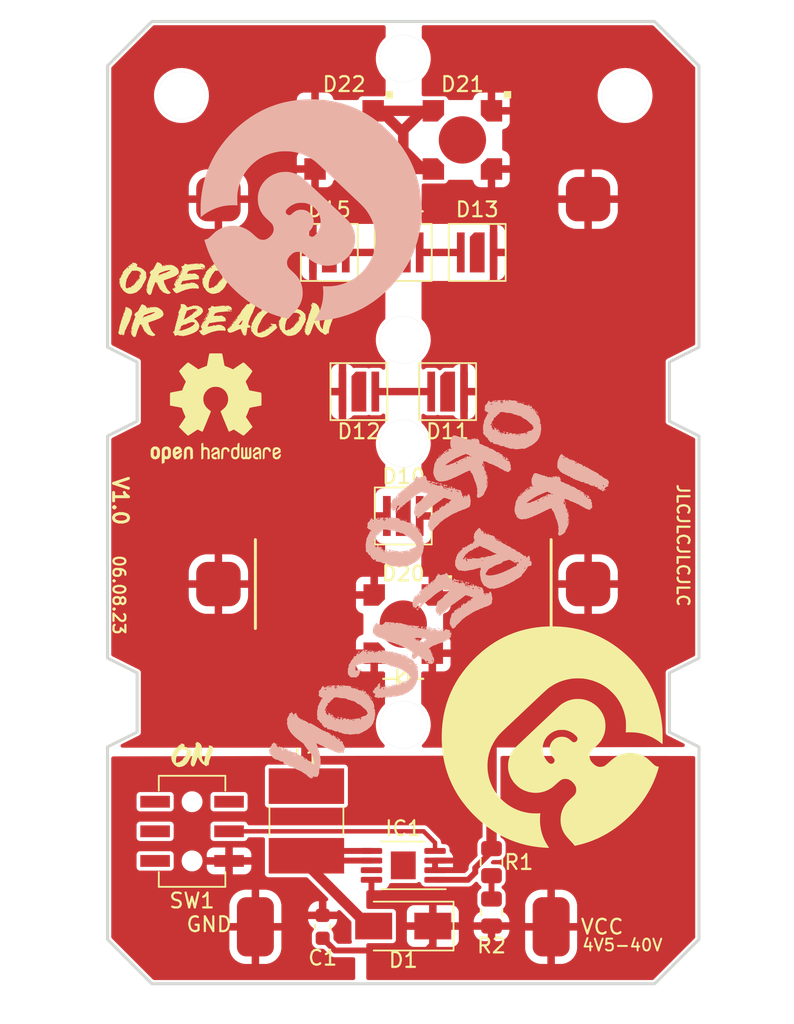
<source format=kicad_pcb>
(kicad_pcb (version 20211014) (generator pcbnew)
  (title_block (title "Oreo IR Beacon Board") (rev "1.0"))
  (layers (0 "F.Cu" signal) (31 "B.Cu" signal) (34 "B.Paste" user) (35 "F.Paste" user) (36 "B.SilkS" user "B.Silkscreen") (37 "F.SilkS" user "F.Silkscreen") (38 "B.Mask" user) (39 "F.Mask" user) (44 "Edge.Cuts" user))
  (net 0 "")
  (net 1 "VCC")
  (net 2 "GND")
  (net 3 "/Feedback_V")
  (net 4 "/SW")
  (net 7 "/LED_Cathode")
  (net 8 "Net-(IC1-Pad4)")
  (net 13 "Net-(R1-Pad1)")
  (net 14 "Net-(D11-Pad1)")
  (net 15 "Net-(D13-Pad1)")
  (net 16 "Net-(D15-Pad2)")
  (net 17 "Net-(D22-Pad2)")
  (footprint "Connector_Wire:SolderWirePad_1x01_SMD_1x2mm" (layer "F.Cu") (at 87.481623 109.515939 180)
    (fp_text reference "VCC" hide)
    (fp_text value "SolderWirePad_1x01_SMD_1x2mm")
    (pad "1" smd roundrect (at 0.4 0.1 180) (size 3 3) (layers "F.Cu" "F.Mask") (net 7 "/LED_Cathode"))
  )
  (footprint "KiCad:LZ1-00R702" (layer "F.Cu") (at 103.581622 105.415938)
    (fp_text reference "D21" (at 0 -3.7592 unlocked) (layer "F.SilkS"))
    (fp_text value "LZ1-00R702")
    (pad "1" smd roundrect (at -1.965 -1.965 90) (size 1.45 1.45) (layers "F.Cu" "F.Mask") (roundrect_rratio 0) (chamfer_ratio 0.3) (chamfer bottom_left) (net 17 "Net-(D22-Pad2)"))
    (pad "1" smd roundrect (at -1.965 1.965 90) (size 1.45 1.45) (layers "F.Cu" "F.Mask") (roundrect_rratio 0) (chamfer_ratio 0.3) (chamfer bottom_right) (net 17 "Net-(D22-Pad2)"))
    (pad "2" smd roundrect (at 1.965 1.965 90) (size 1.45 1.45) (layers "F.Cu" "F.Mask") (roundrect_rratio 0) (chamfer_ratio 0.3) (chamfer top_right) (net 3 "/Feedback_V"))
    (pad "2" smd roundrect (at 1.965 -1.965 90) (size 1.45 1.45) (layers "F.Cu" "F.Mask") (roundrect_rratio 0) (chamfer_ratio 0.3) (chamfer top_left) (net 3 "/Feedback_V"))
    (pad "5" smd circle (at 0 0 90) (size 3.2 3.2) (layers "F.Cu" "F.Paste"))
    (zone (net 0) (net_name "") (layers "F.Cu" "F.SilkS") (connect_pads (clearance 0)) (min_thickness 0.254)
      (keepout (tracks not_allowed) (vias not_allowed) (pads not_allowed) (copperpour not_allowed) (footprints allowed))
      (fill (thermal_gap 0.508) (thermal_bridge_width 0.508))
      (polygon (pts (xy 106.274022 104.145938) (xy 106.274022 106.685938) (xy 105.039122 106.873438) (xy 104.851622 108.108338) (xy 102.311622 108.108338) (xy 102.124122 106.873438) (xy 100.889222 106.685938) (xy 100.889222 104.145938) (xy 102.124122 103.958438) (xy 102.311622 102.723538) (xy 104.851622 102.723538) (xy 105.039122 103.958438)))
    )
  )
  (footprint "KiCad:LZ1-00R702" (layer "F.Cu") (at 95.581624 105.415938)
    (fp_text reference "D22" (at 0 -3.7592 unlocked) (layer "F.SilkS"))
    (fp_text value "LZ1-00R702")
    (pad "1" smd roundrect (at -1.965 -1.965 90) (size 1.45 1.45) (layers "F.Cu" "F.Mask") (roundrect_rratio 0) (chamfer_ratio 0.3) (chamfer bottom_left) (net 7 "/LED_Cathode"))
    (pad "1" smd roundrect (at -1.965 1.965 90) (size 1.45 1.45) (layers "F.Cu" "F.Mask") (roundrect_rratio 0) (chamfer_ratio 0.3) (chamfer bottom_right) (net 7 "/LED_Cathode"))
    (pad "2" smd roundrect (at 1.965 -1.965 90) (size 1.45 1.45) (layers "F.Cu" "F.Mask") (roundrect_rratio 0) (chamfer_ratio 0.3) (chamfer top_left) (net 17 "Net-(D22-Pad2)"))
    (pad "2" smd roundrect (at 1.965 1.965 90) (size 1.45 1.45) (layers "F.Cu" "F.Mask") (roundrect_rratio 0) (chamfer_ratio 0.3) (chamfer top_right) (net 17 "Net-(D22-Pad2)"))
    (pad "5" smd circle (at 0 0 90) (size 3.2 3.2) (layers "F.Cu" "F.Paste"))
    (zone (net 0) (net_name "") (layers "F.Cu" "F.SilkS") (connect_pads (clearance 0)) (min_thickness 0.254)
      (keepout (tracks not_allowed) (vias not_allowed) (pads not_allowed) (copperpour not_allowed) (footprints allowed))
      (fill (thermal_gap 0.508) (thermal_bridge_width 0.508))
      (polygon (pts (xy 98.274024 104.145938) (xy 98.274024 106.685938) (xy 97.039124 106.873438) (xy 96.851624 108.108338) (xy 94.311624 108.108338) (xy 94.124124 106.873438) (xy 92.889224 106.685938) (xy 92.889224 104.145938) (xy 94.124124 103.958438) (xy 94.311624 102.723538) (xy 96.851624 102.723538) (xy 97.039124 103.958438)))
    )
  )
  (footprint "Resistor_SMD:R_0805_2012Metric" (layer "F.Cu") (at 105.55 154.2 90)
    (fp_text reference "R1" (at 0 1.85) (layer "F.SilkS"))
    (fp_text value "0R1")
    (pad "1" smd roundrect (at -0.9125 0 90) (size 1.025 1.4) (layers "F.Cu" "F.Paste" "F.Mask") (roundrect_rratio 0.243902439) (net 13 "Net-(R1-Pad1)"))
    (pad "2" smd roundrect (at 0.9125 0 90) (size 1.025 1.4) (layers "F.Cu" "F.Paste" "F.Mask") (roundrect_rratio 0.243902439) (net 3 "/Feedback_V"))
  )
  (footprint "Connector_Wire:SolderWirePad_1x01_SMD_1x2mm" (layer "F.Cu") (at 111.981623 109.265938 180)
    (fp_text reference "VCC" hide)
    (fp_text value "SolderWirePad_1x01_SMD_1x2mm")
    (pad "1" smd roundrect (at -0.1 -0.15 180) (size 3 3) (layers "F.Cu" "F.Mask") (net 3 "/Feedback_V"))
  )
  (footprint "Connector_Wire:SolderWirePad_1x01_SMD_1x2mm" (layer "F.Cu") (at 112.081624 135.415938 180)
    (fp_text reference "VCC" hide)
    (fp_text value "SolderWirePad_1x01_SMD_1x2mm")
    (pad "1" smd roundrect (at 0 0 180) (size 3 3) (layers "F.Cu" "F.Mask") (net 3 "/Feedback_V"))
  )
  (footprint "LOGO" (layer "F.Cu") (at 109.65 145.75)
    (fp_text reference "G***" hide)
    (fp_text value "LOGO" hide)
  )
  (footprint "Capacitor_SMD:C_0603_1608Metric" (layer "F.Cu") (at 94.131623 158.565938 90)
    (fp_text reference "C1" (at -2.1 0) (layer "F.SilkS"))
    (fp_text value "10uF")
    (pad "1" smd roundrect (at -0.775 0 90) (size 0.9 0.95) (layers "F.Cu" "F.Paste" "F.Mask") (net 1 "VCC"))
    (pad "2" smd roundrect (at 0.775 0 90) (size 0.9 0.95) (layers "F.Cu" "F.Paste" "F.Mask") (net 2 "GND"))
  )
  (footprint "Resistor_SMD:R_0805_2012Metric" (layer "F.Cu") (at 105.55 157.6 90)
    (fp_text reference "R2" (at -2.2375 0) (layer "F.SilkS"))
    (fp_text value "0R1")
    (pad "1" smd roundrect (at -0.9125 0 90) (size 1.025 1.4) (layers "F.Cu" "F.Paste" "F.Mask") (roundrect_rratio 0.243902439) (net 1 "VCC"))
    (pad "2" smd roundrect (at 0.9125 0 90) (size 1.025 1.4) (layers "F.Cu" "F.Paste" "F.Mask") (roundrect_rratio 0.243902439) (net 13 "Net-(R1-Pad1)"))
  )
  (footprint "KiCad:TA-3539S-A1 switch" (layer "F.Cu") (at 85.3 152.115938 90)
    (fp_text reference "SW1" (at -4.684062 -0.006624 unlocked) (layer "F.SilkS"))
    (fp_text value "TA-3539S-A1")
    (fp_circle (center 2 0) (end 2.45 0) (layer "Edge.Cuts") (width 0.001) (fill none))
    (fp_circle (center -2 0) (end -1.55 0) (layer "Edge.Cuts") (width 0.001) (fill none))
    (pad "1" smd rect (at -2 -2.5 180) (size 2 0.8) (layers "F.Cu" "F.Mask"))
    (pad "2" smd rect (at 0 -2.5 180) (size 2 0.8) (layers "F.Cu" "F.Mask"))
    (pad "3" smd rect (at 2 -2.5 180) (size 2 0.8) (layers "F.Cu" "F.Mask"))
    (pad "4" smd rect (at -2 2.5 180) (size 2 0.8) (layers "F.Cu" "F.Mask") (net 2 "GND"))
    (pad "5" smd rect (at 0 2.5 180) (size 2 0.8) (layers "F.Cu" "F.Mask") (net 8 "Net-(IC1-Pad4)"))
    (pad "6" smd rect (at 2 2.5 180) (size 2 0.8) (layers "F.Cu" "F.Mask"))
  )
  (footprint "KiCad:SE03-EMC3838A-C90-940 (jank led)" (layer "F.Cu") (at 99.581623 130.815938 180)
    (fp_text reference "D10" (at -0.025 2.675 unlocked) (layer "F.SilkS"))
    (fp_text value "LED")
    (pad "1" smd rect (at 1.11 0 270) (size 2.7 0.52) (layers "F.Cu" "F.Mask") (net 7 "/LED_Cathode"))
    (pad "2" smd rect (at -1.11 0 270) (size 2.7 0.52) (layers "F.Cu" "F.Mask") (net 3 "/Feedback_V"))
    (pad "3" smd roundrect (at 0 0 270) (size 2.7 1) (layers "F.Cu" "F.Mask") (roundrect_rratio 0) (chamfer_ratio 0.3) (chamfer bottom_left))
  )
  (footprint "KiCad:SE03-EMC3838A-C90-940 (jank led)" (layer "F.Cu") (at 104.581623 113.015938 180)
    (fp_text reference "D13" (at 0 2.9 unlocked) (layer "F.SilkS"))
    (fp_text value "LED")
    (pad "1" smd rect (at 1.11 0 270) (size 2.7 0.52) (layers "F.Cu" "F.Mask") (net 15 "Net-(D13-Pad1)"))
    (pad "2" smd rect (at -1.11 0 270) (size 2.7 0.52) (layers "F.Cu" "F.Mask") (net 3 "/Feedback_V"))
    (pad "3" smd roundrect (at 0 0 270) (size 2.7 1) (layers "F.Cu" "F.Mask") (roundrect_rratio 0) (chamfer_ratio 0.3) (chamfer bottom_left))
  )
  (footprint "Connector_Wire:SolderWirePad_1x01_SMD_1x2mm" (layer "F.Cu") (at 87.081624 135.415938 180)
    (fp_text reference "VCC" hide)
    (fp_text value "SolderWirePad_1x01_SMD_1x2mm")
    (pad "1" smd roundrect (at 0 0 180) (size 3 3) (layers "F.Cu" "F.Mask") (net 7 "/LED_Cathode"))
  )
  (footprint "Connector_Wire:SolderWirePad_1x01_SMD_1x2mm" (layer "F.Cu") (at 89.581624 158.415939 180)
    (fp_text reference "GND" (at 3.131624 0.015939) (layer "F.SilkS"))
    (fp_text value "SolderWirePad_1x01_SMD_1x2mm")
    (pad "1" smd roundrect (at 0 -0.15 180) (size 2.5 4) (layers "F.Cu" "F.Mask") (net 2 "GND"))
  )
  (footprint "KiCad:LZ1-00R702" (layer "F.Cu") (at 99.581624 138.119738)
    (fp_text reference "D20" (at 0 -3.4038 180) (layer "F.SilkS"))
    (fp_text value "LZ1-00R702")
    (pad "1" smd roundrect (at -1.965 1.965 90) (size 1.45 1.45) (layers "F.Cu" "F.Mask") (roundrect_rratio 0) (chamfer_ratio 0.3) (chamfer bottom_right) (net 7 "/LED_Cathode"))
    (pad "1" smd roundrect (at -1.965 -1.965 90) (size 1.45 1.45) (layers "F.Cu" "F.Mask") (roundrect_rratio 0) (chamfer_ratio 0.3) (chamfer bottom_left) (net 7 "/LED_Cathode"))
    (pad "2" smd roundrect (at 1.965 -1.965 90) (size 1.45 1.45) (layers "F.Cu" "F.Mask") (roundrect_rratio 0) (chamfer_ratio 0.3) (chamfer top_left) (net 3 "/Feedback_V"))
    (pad "2" smd roundrect (at 1.965 1.965 90) (size 1.45 1.45) (layers "F.Cu" "F.Mask") (roundrect_rratio 0) (chamfer_ratio 0.3) (chamfer top_right) (net 3 "/Feedback_V"))
    (pad "5" smd circle (at 0 0 90) (size 3.2 3.2) (layers "F.Cu" "F.Paste"))
    (zone (net 0) (net_name "") (layers "F.Cu" "F.SilkS") (connect_pads (clearance 0)) (min_thickness 0.254)
      (keepout (tracks not_allowed) (vias not_allowed) (pads not_allowed) (copperpour not_allowed) (footprints allowed))
      (fill (thermal_gap 0.508) (thermal_bridge_width 0.508))
      (polygon (pts (xy 102.274024 136.849738) (xy 102.274024 139.389738) (xy 101.039124 139.577238) (xy 100.851624 140.812138) (xy 98.311624 140.812138) (xy 98.124124 139.577238) (xy 96.889224 139.389738) (xy 96.889224 136.849738) (xy 98.124124 136.662238) (xy 98.311624 135.427338) (xy 100.851624 135.427338) (xy 101.039124 136.662238)))
    )
  )
  (footprint "Diode_SMD:D_SMA" (layer "F.Cu") (at 99.581623 158.515938 180)
    (fp_text reference "D1" (at 0 -2.3) (layer "F.SilkS"))
    (fp_text value "ES2AA")
    (pad "1" smd rect (at -2 0 180) (size 2.5 1.8) (layers "F.Cu" "F.Paste" "F.Mask") (net 1 "VCC"))
    (pad "2" smd rect (at 2 0 180) (size 2.5 1.8) (layers "F.Cu" "F.Paste" "F.Mask") (net 4 "/SW"))
  )
  (footprint "KiCad:SE03-EMC3838A-C90-940 (jank led)" (layer "F.Cu") (at 99.581623 113.015938 180)
    (fp_text reference "D14" (at 0 2.9 unlocked) (layer "F.SilkS"))
    (fp_text value "LED")
    (pad "1" smd rect (at 1.11 0 270) (size 2.7 0.52) (layers "F.Cu" "F.Mask") (net 16 "Net-(D15-Pad2)"))
    (pad "2" smd rect (at -1.11 0 270) (size 2.7 0.52) (layers "F.Cu" "F.Mask") (net 15 "Net-(D13-Pad1)"))
    (pad "3" smd roundrect (at 0 0 270) (size 2.7 1) (layers "F.Cu" "F.Mask") (roundrect_rratio 0) (chamfer_ratio 0.3) (chamfer bottom_left))
  )
  (footprint "LOGO" (layer "F.Cu") (at 87.6 116.1)
    (fp_text reference "G***" hide)
    (fp_text value "LOGO" hide)
  )
  (footprint "KiCad:SE03-EMC3838A-C90-940 (jank led)" (layer "F.Cu") (at 102.581624 122.415939 180)
    (fp_text reference "D11" (at 0 -2.6924 unlocked) (layer "F.SilkS"))
    (fp_text value "LED")
    (pad "1" smd rect (at 1.11 0 270) (size 2.7 0.52) (layers "F.Cu" "F.Mask") (net 14 "Net-(D11-Pad1)"))
    (pad "2" smd rect (at -1.11 0 270) (size 2.7 0.52) (layers "F.Cu" "F.Mask") (net 3 "/Feedback_V"))
    (pad "3" smd roundrect (at 0 0 270) (size 2.7 1) (layers "F.Cu" "F.Mask") (roundrect_rratio 0) (chamfer_ratio 0.3) (chamfer bottom_left))
  )
  (footprint "Package_SO:MSOP-8-1EP_3x3mm_P0.65mm_EP1.68x1.88mm" (layer "F.Cu") (at 99.581623 154.415938 180)
    (fp_text reference "IC1" (at 0 2.5) (layer "F.SilkS"))
    (fp_text value "AL8860MP-13")
    (pad "1" smd roundrect (at -2.15 -0.975 180) (size 1.45 0.4) (layers "F.Cu" "F.Paste" "F.Mask") (net 3 "/Feedback_V"))
    (pad "2" smd roundrect (at -2.15 -0.325 180) (size 1.45 0.4) (layers "F.Cu" "F.Paste" "F.Mask") (net 2 "GND"))
    (pad "3" smd roundrect (at -2.15 0.325 180) (size 1.45 0.4) (layers "F.Cu" "F.Paste" "F.Mask") (net 2 "GND"))
    (pad "4" smd roundrect (at -2.15 0.975 180) (size 1.45 0.4) (layers "F.Cu" "F.Paste" "F.Mask") (net 8 "Net-(IC1-Pad4)"))
    (pad "5" smd roundrect (at 2.15 0.975 180) (size 1.45 0.4) (layers "F.Cu" "F.Paste" "F.Mask") (net 4 "/SW"))
    (pad "6" smd roundrect (at 2.15 0.325 180) (size 1.45 0.4) (layers "F.Cu" "F.Paste" "F.Mask") (net 4 "/SW"))
    (pad "7" smd roundrect (at 2.15 -0.325 180) (size 1.45 0.4) (layers "F.Cu" "F.Paste" "F.Mask"))
    (pad "8" smd roundrect (at 2.15 -0.975 180) (size 1.45 0.4) (layers "F.Cu" "F.Paste" "F.Mask") (net 1 "VCC"))
    (pad "9" smd rect (at 0 0 180) (size 1.68 1.88) (layers "F.Cu" "F.Mask"))
  )
  (footprint "Connector_Wire:SolderWirePad_1x01_SMD_1x2mm" (layer "F.Cu") (at 109.581624 156.415939 180)
    (fp_text reference "VCC" (at -3.45 -2.15) (layer "F.SilkS"))
    (fp_text value "SolderWirePad_1x01_SMD_1x2mm")
    (pad "1" smd roundrect (at 0 -2.15 180) (size 2.5 4) (layers "F.Cu" "F.Mask") (net 1 "VCC"))
  )
  (footprint "KiCad:SE03-EMC3838A-C90-940 (jank led)" (layer "F.Cu") (at 94.581624 113.015938 180)
    (fp_text reference "D15" (at 0 2.9 unlocked) (layer "F.SilkS"))
    (fp_text value "LED")
    (pad "1" smd rect (at 1.11 0 270) (size 2.7 0.52) (layers "F.Cu" "F.Mask") (net 7 "/LED_Cathode"))
    (pad "2" smd rect (at -1.11 0 270) (size 2.7 0.52) (layers "F.Cu" "F.Mask") (net 16 "Net-(D15-Pad2)"))
    (pad "3" smd roundrect (at 0 0 270) (size 2.7 1) (layers "F.Cu" "F.Mask") (roundrect_rratio 0) (chamfer_ratio 0.3) (chamfer bottom_left))
  )
  (footprint "KiCad:SE03-EMC3838A-C90-940 (jank led)" (layer "F.Cu") (at 96.581624 122.415938 180)
    (fp_text reference "D12" (at 0 -2.6924 unlocked) (layer "F.SilkS"))
    (fp_text value "LED")
    (pad "1" smd rect (at 1.11 0 270) (size 2.7 0.52) (layers "F.Cu" "F.Mask") (net 7 "/LED_Cathode"))
    (pad "2" smd rect (at -1.11 0 270) (size 2.7 0.52) (layers "F.Cu" "F.Mask") (net 14 "Net-(D11-Pad1)"))
    (pad "3" smd roundrect (at 0 0 270) (size 2.7 1) (layers "F.Cu" "F.Mask") (roundrect_rratio 0) (chamfer_ratio 0.3) (chamfer bottom_left))
  )
  (footprint "KiCad:VLS-EX-H" (layer "F.Cu") (at 93.031623 151.415938 -90)
    (fp_text reference "L1" (at -4.35 -0.025 unlocked) (layer "F.SilkS"))
    (fp_text value "47uH")
    (pad "1" smd rect (at -2.35 0) (size 5.1 2.4) (layers "F.Cu" "F.Paste" "F.Mask") (net 7 "/LED_Cathode"))
    (pad "2" smd rect (at 2.35 0) (size 5.1 2.4) (layers "F.Cu" "F.Paste" "F.Mask") (net 4 "/SW"))
  )
  (footprint "Symbol:OSHW-Logo2_9.8x8mm_SilkScreen" (layer "F.Cu") (at 86.9 123.55)
    (fp_text reference "REF**" hide)
    (fp_text value "OSHW-Logo2_9.8x8mm_SilkScreen" hide)
  )
  (footprint "LOGO" (layer "F.Cu") (at 85.3 146.95)
    (fp_text reference "G***" hide)
    (fp_text value "LOGO" hide)
  )
  (footprint "LOGO" (layer "B.Cu") (at 99.800534 135.383696 -135)
    (fp_text reference "G***" hide)
    (fp_text value "LOGO" hide)
  )
  (footprint "LOGO" (layer "B.Cu") (at 93.35 110.15 180)
    (fp_text reference "G***" hide)
    (fp_text value "LOGO" hide)
  )
  (gr_line (start 99.181623 142.465938) (end 99.181624 141.165938) (layer "F.SilkS") (width 0.15))
  (gr_line (start 99.931624 141.815938) (end 99.931624 142.465939) (layer "F.SilkS") (width 0.15))
  (gr_line (start 99.931624 141.165938) (end 99.931624 141.815938) (layer "F.SilkS") (width 0.15))
  (gr_line (start 99.181624 141.815938) (end 98.231624 141.815939) (layer "F.SilkS") (width 0.15))
  (gr_line (start 99.181624 141.815938) (end 99.931624 141.165938) (layer "F.SilkS") (width 0.15))
  (gr_line (start 89.581623 132.415938) (end 89.581624 138.415938) (layer "F.SilkS") (width 0.2))
  (gr_line (start 109.581624 132.415938) (end 109.581624 138.415939) (layer "F.SilkS") (width 0.2))
  (gr_line (start 99.931624 142.465939) (end 99.181624 141.815938) (layer "F.SilkS") (width 0.15))
  (gr_line (start 100.931624 141.815938) (end 99.931624 141.815938) (layer "F.SilkS") (width 0.15))
  (gr_circle (center 84.581624 102.415938) (end 82.981623 102.415938) (layer "Edge.Cuts") (width 0.01) (fill none))
  (gr_circle (center 99.581623 118.915937) (end 97.981624 118.915938) (layer "Edge.Cuts") (width 0.01) (fill none))
  (gr_circle (center 99.581624 99.915938) (end 97.981624 99.915938) (layer "Edge.Cuts") (width 0.01) (fill none))
  (gr_circle (center 114.581623 102.415938) (end 112.981624 102.415937) (layer "Edge.Cuts") (width 0.01) (fill none))
  (gr_circle (center 99.581623 125.915938) (end 97.981622 125.915938) (layer "Edge.Cuts") (width 0.01) (fill none))
  (gr_poly (pts (xy 119.581622 119.415938) (xy 117.581624 120.415938) (xy 117.581624 124.415938) (xy 119.581623 125.415938) (xy 119.581624 140.415938) (xy 117.581623 141.415937) (xy 117.581623 145.415938) (xy 119.581624 146.415938) (xy 119.581624 159.415938) (xy 116.581624 162.415938) (xy 82.581624 162.415938) (xy 79.581624 159.415937) (xy 79.581624 146.415938) (xy 81.581623 145.415938) (xy 81.581623 141.415938) (xy 79.581624 140.415938) (xy 79.581624 125.415938) (xy 81.581624 124.415938) (xy 81.581624 120.415938) (xy 79.581624 119.415938) (xy 79.581624 100.415937) (xy 82.581623 97.415938) (xy 116.581624 97.415938) (xy 119.581624 100.415938)) (layer "Edge.Cuts") (width 0.2) (fill none))
  (gr_circle (center 99.581623 144.915938) (end 97.981624 144.915938) (layer "Edge.Cuts") (width 0.01) (fill none))
  (gr_text "V1.0" (at 80.45 129.8 270) (layer "F.SilkS") (effects (font (size 1 1) (thickness 0.2))))
  (gr_text "06.08.23" (at 80.35 136.15 270) (layer "F.SilkS") (effects (font (size 0.8 0.8))))
  (gr_text "JLCJLCJLCJLC" (at 118.5 132.8 270) (layer "F.SilkS") (effects (font (size 0.8 0.8))))
  (gr_text "4V5-40V" (at 114.4 159.8) (layer "F.SilkS") (effects (font (size 0.8 0.8) (thickness 0.13))))
  (segment (start 101.619124 158.478438) (end 101.581624 158.515938) (width 0.7) (layer "F.Cu") (net 1))
  (segment (start 101.581624 159.715938) (end 101.581624 158.515938) (width 0.4) (layer "F.Cu") (net 1))
  (segment (start 101.131624 160.165938) (end 101.581624 159.715938) (width 0.4) (layer "F.Cu") (net 1))
  (segment (start 94.956623 160.165938) (end 101.131624 160.165938) (width 0.4) (layer "F.Cu") (net 1))
  (segment (start 94.131623 159.340937) (end 94.956623 160.165938) (width 0.4) (layer "F.Cu") (net 1))
  (segment (start 105.55 153.481441) (end 105.55 153.2875) (width 0.4) (layer "F.Cu") (net 3))
  (segment (start 103.959062 155.390938) (end 104.45048 154.89952) (width 0.4) (layer "F.Cu") (net 3))
  (segment (start 105.55 153.2875) (end 105.55 145) (width 0.7) (layer "F.Cu") (net 3))
  (segment (start 104.45048 154.89952) (end 104.45048 154.580961) (width 0.4) (layer "F.Cu") (net 3))
  (segment (start 101.731623 155.390938) (end 103.959062 155.390938) (width 0.4) (layer "F.Cu") (net 3))
  (segment (start 104.45048 154.580961) (end 105.55 153.481441) (width 0.4) (layer "F.Cu") (net 3))
  (segment (start 93.031623 153.765938) (end 93.031623 154.315938) (width 0.7) (layer "F.Cu") (net 4))
  (segment (start 97.431623 154.090938) (end 93.356624 154.090938) (width 0.4) (layer "F.Cu") (net 4))
  (segment (start 97.231623 158.515938) (end 97.581624 158.515937) (width 0.7) (layer "F.Cu") (net 4))
  (segment (start 97.431624 153.440938) (end 93.356623 153.440938) (width 0.4) (layer "F.Cu") (net 4))
  (segment (start 93.031623 154.315938) (end 97.231623 158.515938) (width 0.7) (layer "F.Cu") (net 4))
  (segment (start 93.031624 149.065938) (end 93.031624 145.265938) (width 0.7) (layer "F.Cu") (net 7))
  (segment (start 101.731623 152.890938) (end 100.956623 152.115938) (width 0.3) (layer "F.Cu") (net 8))
  (segment (start 100.956623 152.115938) (end 87.8 152.115938) (width 0.3) (layer "F.Cu") (net 8))
  (segment (start 101.731624 153.440938) (end 101.731623 152.890938) (width 0.3) (layer "F.Cu") (net 8))
  (segment (start 105.55 156.6875) (end 105.55 155.1125) (width 0.4) (layer "F.Cu") (net 13))
  (segment (start 101.471624 122.415938) (end 97.691623 122.415938) (width 0.5) (layer "F.Cu") (net 14))
  (segment (start 103.471624 113.015938) (end 100.691623 113.015938) (width 0.5) (layer "F.Cu") (net 15))
  (segment (start 98.471623 113.015938) (end 95.691622 113.015938) (width 0.5) (layer "F.Cu") (net 16))
  (segment (start 99.581623 106.070938) (end 99.581623 104.958536) (width 0.7) (layer "F.Cu") (net 17))
  (segment (start 99.581623 106.070938) (end 98.271624 107.380938) (width 0.7) (layer "F.Cu") (net 17))
  (segment (start 98.271624 107.380938) (end 97.546623 107.380938) (width 0.7) (layer "F.Cu") (net 17))
  (segment (start 99.581623 104.760938) (end 99.581623 106.070938) (width 0.7) (layer "F.Cu") (net 17))
  (segment (start 101.616624 107.380938) (end 97.546623 107.380938) (width 0.7) (layer "F.Cu") (net 17))
  (segment (start 99.581623 104.958536) (end 98.074025 103.450938) (width 0.7) (layer "F.Cu") (net 17))
  (segment (start 100.891624 107.380939) (end 99.581623 106.070938) (width 0.7) (layer "F.Cu") (net 17))
  (segment (start 101.616624 107.380938) (end 100.891624 107.380939) (width 0.7) (layer "F.Cu") (net 17))
  (segment (start 101.616623 103.450938) (end 100.891624 103.450938) (width 0.7) (layer "F.Cu") (net 17))
  (segment (start 98.074025 103.450938) (end 97.546624 103.450938) (width 0.7) (layer "F.Cu") (net 17))
  (segment (start 101.616623 103.450938) (end 97.546624 103.450938) (width 0.7) (layer "F.Cu") (net 17))
  (segment (start 100.891624 103.450938) (end 99.581623 104.760938) (width 0.7) (layer "F.Cu") (net 17))
  (zone (net 1) (net_name "VCC") (layer "F.Cu") (connect_pads (clearance 0.254)) (min_thickness 0.254) (fill yes (thermal_gap 0.508) (thermal_bridge_width 0.508))
    (polygon (pts (xy 97.081623 151.565938) (xy 104.681623 154.015938) (xy 104.631621 147.020507) (xy 125.978062 147.033425) (xy 126.028063 165.133425) (xy 97.081623 163.515938)))
  )
  (zone (net 0) (net_name "") (layer "F.Cu") (connect_pads (clearance 0)) (min_thickness 0.254)
    (keepout (tracks allowed) (vias not_allowed) (pads not_allowed) (copperpour not_allowed) (footprints allowed))
    (fill (thermal_gap 0.508) (thermal_bridge_width 0.508))
    (polygon (pts (xy 93.931624 111.090938) (xy 105.231624 111.090938) (xy 105.231624 114.940938) (xy 93.931624 114.940938)))
  )
  (zone (net 3) (net_name "/Feedback_V") (layer "F.Cu") (priority 10) (connect_pads (clearance 0.254)) (min_thickness 0.254) (fill yes (thermal_gap 0.508) (thermal_bridge_width 0.508))
    (polygon (pts (xy 100.794157 146.465489) (xy 100.831623 96.415938) (xy 121.181623 95.965938) (xy 122.281623 146.415938)))
  )
  (zone (net 7) (net_name "/LED_Cathode") (layer "F.Cu") (priority 10) (connect_pads (clearance 0.254)) (min_thickness 0.254) (fill yes (thermal_gap 0.508) (thermal_bridge_width 0.508))
    (polygon (pts (xy 77.731624 146.465938) (xy 78.231624 96.515938) (xy 98.393663 96.265938) (xy 98.343663 146.468451)))
  )
  (zone (net 2) (net_name "GND") (layer "F.Cu") (priority 1) (connect_pads (clearance 0.254)) (min_thickness 0.254) (fill yes (thermal_gap 0.508) (thermal_bridge_width 0.508))
    (polygon (pts (xy 75.031623 147.065938) (xy 105.55 147) (xy 105.55 155.05) (xy 96.331624 155.065938) (xy 96.331623 165.065938) (xy 75.031623 165.065938)))
  )
)
</source>
